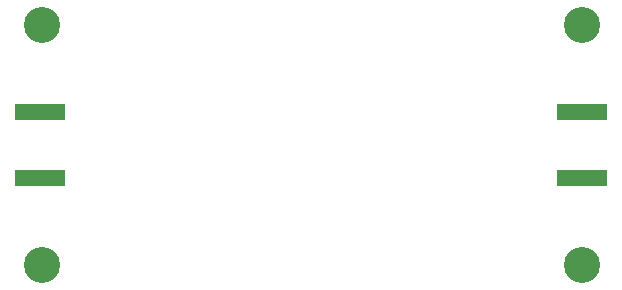
<source format=gbr>
%TF.GenerationSoftware,Altium Limited,Altium Designer,22.6.1 (34)*%
G04 Layer_Color=255*
%FSLAX26Y26*%
%MOIN*%
%TF.SameCoordinates,8B827DF8-CB59-4627-A0E1-72AFC477AE17*%
%TF.FilePolarity,Positive*%
%TF.FileFunction,Pads,Bot*%
%TF.Part,Single*%
G01*
G75*
%TA.AperFunction,ConnectorPad*%
%ADD16R,0.165354X0.053150*%
%TA.AperFunction,WasherPad*%
%ADD21C,0.120000*%
D16*
X2902126Y1388780D02*
D03*
Y1611220D02*
D03*
X1092874Y1388780D02*
D03*
Y1611220D02*
D03*
D21*
X2900000Y1900000D02*
D03*
Y1100000D02*
D03*
X1100000D02*
D03*
Y1900000D02*
D03*
%TF.MD5,22c8cc9e28f2bf25e14241be6793d2b1*%
M02*

</source>
